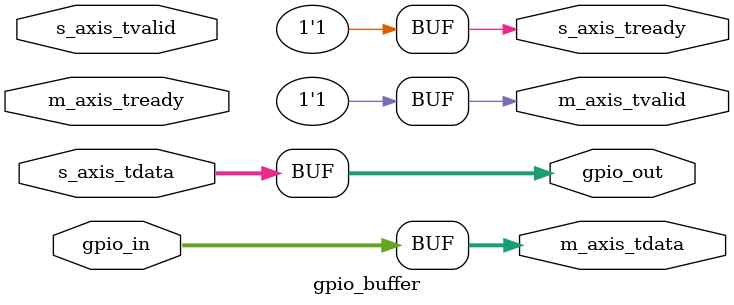
<source format=v>
`timescale 1ns / 1ps


module gpio_buffer(

    input wire [15:0] gpio_in,
    output wire [15:0] gpio_out,

    input wire s_axis_tvalid,
    output wire s_axis_tready,
    input wire [15:0] s_axis_tdata,
    
    output wire [15:0] m_axis_tdata,
    output wire m_axis_tvalid,
    input wire m_axis_tready 
    
    );
    
    
    assign s_axis_tready = 1'b1;
    assign m_axis_tvalid = 1'b1;
    
    assign m_axis_tdata = gpio_in;
    assign gpio_out = s_axis_tdata;
    
endmodule

</source>
